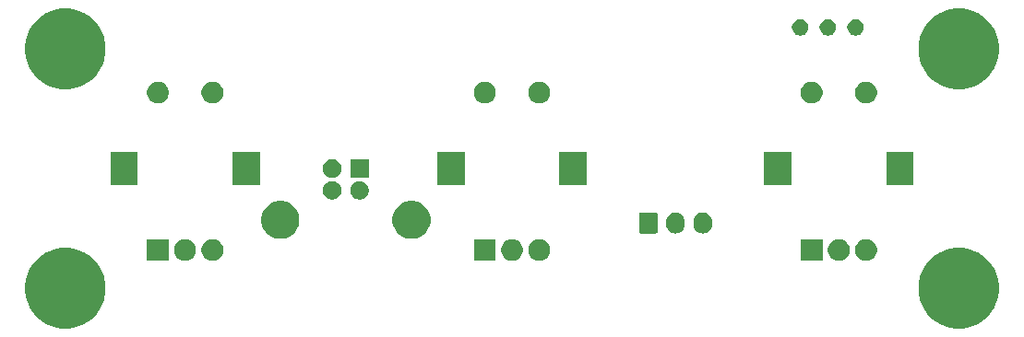
<source format=gbr>
G04 #@! TF.GenerationSoftware,KiCad,Pcbnew,5.0.2-bee76a0~70~ubuntu16.04.1*
G04 #@! TF.CreationDate,2019-03-20T11:43:52+01:00*
G04 #@! TF.ProjectId,controller,636f6e74-726f-46c6-9c65-722e6b696361,rev?*
G04 #@! TF.SameCoordinates,Original*
G04 #@! TF.FileFunction,Soldermask,Bot*
G04 #@! TF.FilePolarity,Negative*
%FSLAX46Y46*%
G04 Gerber Fmt 4.6, Leading zero omitted, Abs format (unit mm)*
G04 Created by KiCad (PCBNEW 5.0.2-bee76a0~70~ubuntu16.04.1) date Wed 20 Mar 2019 11:43:52 AM CET*
%MOMM*%
%LPD*%
G01*
G04 APERTURE LIST*
%ADD10C,0.100000*%
G04 APERTURE END LIST*
D10*
G36*
X182079249Y-67442188D02*
X182456597Y-67598491D01*
X182752607Y-67721102D01*
X183130609Y-67973675D01*
X183358616Y-68126024D01*
X183873976Y-68641384D01*
X183873978Y-68641387D01*
X184278898Y-69247393D01*
X184278898Y-69247394D01*
X184557812Y-69920751D01*
X184700000Y-70635580D01*
X184700000Y-71364420D01*
X184557812Y-72079249D01*
X184394428Y-72473693D01*
X184278898Y-72752607D01*
X183876705Y-73354531D01*
X183873976Y-73358616D01*
X183358616Y-73873976D01*
X183358613Y-73873978D01*
X182752607Y-74278898D01*
X182473693Y-74394428D01*
X182079249Y-74557812D01*
X181364420Y-74700000D01*
X180635580Y-74700000D01*
X179920751Y-74557812D01*
X179526307Y-74394428D01*
X179247393Y-74278898D01*
X178641387Y-73873978D01*
X178641384Y-73873976D01*
X178126024Y-73358616D01*
X178123295Y-73354531D01*
X177721102Y-72752607D01*
X177605572Y-72473693D01*
X177442188Y-72079249D01*
X177300000Y-71364420D01*
X177300000Y-70635580D01*
X177442188Y-69920751D01*
X177721102Y-69247394D01*
X177721102Y-69247393D01*
X178126022Y-68641387D01*
X178126024Y-68641384D01*
X178641384Y-68126024D01*
X178869391Y-67973675D01*
X179247393Y-67721102D01*
X179543403Y-67598491D01*
X179920751Y-67442188D01*
X180635580Y-67300000D01*
X181364420Y-67300000D01*
X182079249Y-67442188D01*
X182079249Y-67442188D01*
G37*
G36*
X100079249Y-67442188D02*
X100456597Y-67598491D01*
X100752607Y-67721102D01*
X101130609Y-67973675D01*
X101358616Y-68126024D01*
X101873976Y-68641384D01*
X101873978Y-68641387D01*
X102278898Y-69247393D01*
X102278898Y-69247394D01*
X102557812Y-69920751D01*
X102700000Y-70635580D01*
X102700000Y-71364420D01*
X102557812Y-72079249D01*
X102394428Y-72473693D01*
X102278898Y-72752607D01*
X101876705Y-73354531D01*
X101873976Y-73358616D01*
X101358616Y-73873976D01*
X101358613Y-73873978D01*
X100752607Y-74278898D01*
X100473693Y-74394428D01*
X100079249Y-74557812D01*
X99364420Y-74700000D01*
X98635580Y-74700000D01*
X97920751Y-74557812D01*
X97526307Y-74394428D01*
X97247393Y-74278898D01*
X96641387Y-73873978D01*
X96641384Y-73873976D01*
X96126024Y-73358616D01*
X96123295Y-73354531D01*
X95721102Y-72752607D01*
X95605572Y-72473693D01*
X95442188Y-72079249D01*
X95300000Y-71364420D01*
X95300000Y-70635580D01*
X95442188Y-69920751D01*
X95721102Y-69247394D01*
X95721102Y-69247393D01*
X96126022Y-68641387D01*
X96126024Y-68641384D01*
X96641384Y-68126024D01*
X96869391Y-67973675D01*
X97247393Y-67721102D01*
X97543403Y-67598491D01*
X97920751Y-67442188D01*
X98635580Y-67300000D01*
X99364420Y-67300000D01*
X100079249Y-67442188D01*
X100079249Y-67442188D01*
G37*
G36*
X170175770Y-66515372D02*
X170291689Y-66538429D01*
X170473678Y-66613811D01*
X170637463Y-66723249D01*
X170776751Y-66862537D01*
X170886189Y-67026322D01*
X170961571Y-67208311D01*
X171000000Y-67401509D01*
X171000000Y-67598491D01*
X170961571Y-67791689D01*
X170886189Y-67973678D01*
X170776751Y-68137463D01*
X170637463Y-68276751D01*
X170473678Y-68386189D01*
X170291689Y-68461571D01*
X170175770Y-68484628D01*
X170098493Y-68500000D01*
X169901507Y-68500000D01*
X169824230Y-68484628D01*
X169708311Y-68461571D01*
X169526322Y-68386189D01*
X169362537Y-68276751D01*
X169223249Y-68137463D01*
X169113811Y-67973678D01*
X169038429Y-67791689D01*
X169000000Y-67598491D01*
X169000000Y-67401509D01*
X169038429Y-67208311D01*
X169113811Y-67026322D01*
X169223249Y-66862537D01*
X169362537Y-66723249D01*
X169526322Y-66613811D01*
X169708311Y-66538429D01*
X169824230Y-66515372D01*
X169901507Y-66500000D01*
X170098493Y-66500000D01*
X170175770Y-66515372D01*
X170175770Y-66515372D01*
G37*
G36*
X172675770Y-66515372D02*
X172791689Y-66538429D01*
X172973678Y-66613811D01*
X173137463Y-66723249D01*
X173276751Y-66862537D01*
X173386189Y-67026322D01*
X173461571Y-67208311D01*
X173500000Y-67401509D01*
X173500000Y-67598491D01*
X173461571Y-67791689D01*
X173386189Y-67973678D01*
X173276751Y-68137463D01*
X173137463Y-68276751D01*
X172973678Y-68386189D01*
X172791689Y-68461571D01*
X172675770Y-68484628D01*
X172598493Y-68500000D01*
X172401507Y-68500000D01*
X172324230Y-68484628D01*
X172208311Y-68461571D01*
X172026322Y-68386189D01*
X171862537Y-68276751D01*
X171723249Y-68137463D01*
X171613811Y-67973678D01*
X171538429Y-67791689D01*
X171500000Y-67598491D01*
X171500000Y-67401509D01*
X171538429Y-67208311D01*
X171613811Y-67026322D01*
X171723249Y-66862537D01*
X171862537Y-66723249D01*
X172026322Y-66613811D01*
X172208311Y-66538429D01*
X172324230Y-66515372D01*
X172401507Y-66500000D01*
X172598493Y-66500000D01*
X172675770Y-66515372D01*
X172675770Y-66515372D01*
G37*
G36*
X142675770Y-66515372D02*
X142791689Y-66538429D01*
X142973678Y-66613811D01*
X143137463Y-66723249D01*
X143276751Y-66862537D01*
X143386189Y-67026322D01*
X143461571Y-67208311D01*
X143500000Y-67401509D01*
X143500000Y-67598491D01*
X143461571Y-67791689D01*
X143386189Y-67973678D01*
X143276751Y-68137463D01*
X143137463Y-68276751D01*
X142973678Y-68386189D01*
X142791689Y-68461571D01*
X142675770Y-68484628D01*
X142598493Y-68500000D01*
X142401507Y-68500000D01*
X142324230Y-68484628D01*
X142208311Y-68461571D01*
X142026322Y-68386189D01*
X141862537Y-68276751D01*
X141723249Y-68137463D01*
X141613811Y-67973678D01*
X141538429Y-67791689D01*
X141500000Y-67598491D01*
X141500000Y-67401509D01*
X141538429Y-67208311D01*
X141613811Y-67026322D01*
X141723249Y-66862537D01*
X141862537Y-66723249D01*
X142026322Y-66613811D01*
X142208311Y-66538429D01*
X142324230Y-66515372D01*
X142401507Y-66500000D01*
X142598493Y-66500000D01*
X142675770Y-66515372D01*
X142675770Y-66515372D01*
G37*
G36*
X140175770Y-66515372D02*
X140291689Y-66538429D01*
X140473678Y-66613811D01*
X140637463Y-66723249D01*
X140776751Y-66862537D01*
X140886189Y-67026322D01*
X140961571Y-67208311D01*
X141000000Y-67401509D01*
X141000000Y-67598491D01*
X140961571Y-67791689D01*
X140886189Y-67973678D01*
X140776751Y-68137463D01*
X140637463Y-68276751D01*
X140473678Y-68386189D01*
X140291689Y-68461571D01*
X140175770Y-68484628D01*
X140098493Y-68500000D01*
X139901507Y-68500000D01*
X139824230Y-68484628D01*
X139708311Y-68461571D01*
X139526322Y-68386189D01*
X139362537Y-68276751D01*
X139223249Y-68137463D01*
X139113811Y-67973678D01*
X139038429Y-67791689D01*
X139000000Y-67598491D01*
X139000000Y-67401509D01*
X139038429Y-67208311D01*
X139113811Y-67026322D01*
X139223249Y-66862537D01*
X139362537Y-66723249D01*
X139526322Y-66613811D01*
X139708311Y-66538429D01*
X139824230Y-66515372D01*
X139901507Y-66500000D01*
X140098493Y-66500000D01*
X140175770Y-66515372D01*
X140175770Y-66515372D01*
G37*
G36*
X138500000Y-68500000D02*
X136500000Y-68500000D01*
X136500000Y-66500000D01*
X138500000Y-66500000D01*
X138500000Y-68500000D01*
X138500000Y-68500000D01*
G37*
G36*
X108500000Y-68500000D02*
X106500000Y-68500000D01*
X106500000Y-66500000D01*
X108500000Y-66500000D01*
X108500000Y-68500000D01*
X108500000Y-68500000D01*
G37*
G36*
X110175770Y-66515372D02*
X110291689Y-66538429D01*
X110473678Y-66613811D01*
X110637463Y-66723249D01*
X110776751Y-66862537D01*
X110886189Y-67026322D01*
X110961571Y-67208311D01*
X111000000Y-67401509D01*
X111000000Y-67598491D01*
X110961571Y-67791689D01*
X110886189Y-67973678D01*
X110776751Y-68137463D01*
X110637463Y-68276751D01*
X110473678Y-68386189D01*
X110291689Y-68461571D01*
X110175770Y-68484628D01*
X110098493Y-68500000D01*
X109901507Y-68500000D01*
X109824230Y-68484628D01*
X109708311Y-68461571D01*
X109526322Y-68386189D01*
X109362537Y-68276751D01*
X109223249Y-68137463D01*
X109113811Y-67973678D01*
X109038429Y-67791689D01*
X109000000Y-67598491D01*
X109000000Y-67401509D01*
X109038429Y-67208311D01*
X109113811Y-67026322D01*
X109223249Y-66862537D01*
X109362537Y-66723249D01*
X109526322Y-66613811D01*
X109708311Y-66538429D01*
X109824230Y-66515372D01*
X109901507Y-66500000D01*
X110098493Y-66500000D01*
X110175770Y-66515372D01*
X110175770Y-66515372D01*
G37*
G36*
X112675770Y-66515372D02*
X112791689Y-66538429D01*
X112973678Y-66613811D01*
X113137463Y-66723249D01*
X113276751Y-66862537D01*
X113386189Y-67026322D01*
X113461571Y-67208311D01*
X113500000Y-67401509D01*
X113500000Y-67598491D01*
X113461571Y-67791689D01*
X113386189Y-67973678D01*
X113276751Y-68137463D01*
X113137463Y-68276751D01*
X112973678Y-68386189D01*
X112791689Y-68461571D01*
X112675770Y-68484628D01*
X112598493Y-68500000D01*
X112401507Y-68500000D01*
X112324230Y-68484628D01*
X112208311Y-68461571D01*
X112026322Y-68386189D01*
X111862537Y-68276751D01*
X111723249Y-68137463D01*
X111613811Y-67973678D01*
X111538429Y-67791689D01*
X111500000Y-67598491D01*
X111500000Y-67401509D01*
X111538429Y-67208311D01*
X111613811Y-67026322D01*
X111723249Y-66862537D01*
X111862537Y-66723249D01*
X112026322Y-66613811D01*
X112208311Y-66538429D01*
X112324230Y-66515372D01*
X112401507Y-66500000D01*
X112598493Y-66500000D01*
X112675770Y-66515372D01*
X112675770Y-66515372D01*
G37*
G36*
X168500000Y-68500000D02*
X166500000Y-68500000D01*
X166500000Y-66500000D01*
X168500000Y-66500000D01*
X168500000Y-68500000D01*
X168500000Y-68500000D01*
G37*
G36*
X119240456Y-63027251D02*
X119558936Y-63159170D01*
X119845560Y-63350686D01*
X120089314Y-63594440D01*
X120280830Y-63881064D01*
X120412749Y-64199544D01*
X120480000Y-64537640D01*
X120480000Y-64882360D01*
X120412749Y-65220456D01*
X120280830Y-65538936D01*
X120089314Y-65825560D01*
X119845560Y-66069314D01*
X119558936Y-66260830D01*
X119240456Y-66392749D01*
X118902360Y-66460000D01*
X118557640Y-66460000D01*
X118219544Y-66392749D01*
X117901064Y-66260830D01*
X117614440Y-66069314D01*
X117370686Y-65825560D01*
X117179170Y-65538936D01*
X117047251Y-65220456D01*
X116980000Y-64882360D01*
X116980000Y-64537640D01*
X117047251Y-64199544D01*
X117179170Y-63881064D01*
X117370686Y-63594440D01*
X117614440Y-63350686D01*
X117901064Y-63159170D01*
X118219544Y-63027251D01*
X118557640Y-62960000D01*
X118902360Y-62960000D01*
X119240456Y-63027251D01*
X119240456Y-63027251D01*
G37*
G36*
X131280456Y-63027251D02*
X131598936Y-63159170D01*
X131885560Y-63350686D01*
X132129314Y-63594440D01*
X132320830Y-63881064D01*
X132452749Y-64199544D01*
X132520000Y-64537640D01*
X132520000Y-64882360D01*
X132452749Y-65220456D01*
X132320830Y-65538936D01*
X132129314Y-65825560D01*
X131885560Y-66069314D01*
X131598936Y-66260830D01*
X131280456Y-66392749D01*
X130942360Y-66460000D01*
X130597640Y-66460000D01*
X130259544Y-66392749D01*
X129941064Y-66260830D01*
X129654440Y-66069314D01*
X129410686Y-65825560D01*
X129219170Y-65538936D01*
X129087251Y-65220456D01*
X129020000Y-64882360D01*
X129020000Y-64537640D01*
X129087251Y-64199544D01*
X129219170Y-63881064D01*
X129410686Y-63594440D01*
X129654440Y-63350686D01*
X129941064Y-63159170D01*
X130259544Y-63027251D01*
X130597640Y-62960000D01*
X130942360Y-62960000D01*
X131280456Y-63027251D01*
X131280456Y-63027251D01*
G37*
G36*
X155166629Y-64037299D02*
X155281363Y-64072104D01*
X155326854Y-64085903D01*
X155400172Y-64125093D01*
X155474524Y-64164834D01*
X155603949Y-64271051D01*
X155710169Y-64400480D01*
X155789097Y-64548145D01*
X155837701Y-64708370D01*
X155850000Y-64833248D01*
X155850000Y-65166751D01*
X155837701Y-65291624D01*
X155837700Y-65291627D01*
X155837700Y-65291628D01*
X155789097Y-65451855D01*
X155760707Y-65504968D01*
X155710169Y-65599520D01*
X155603949Y-65728949D01*
X155474520Y-65835169D01*
X155326855Y-65914097D01*
X155166630Y-65962701D01*
X155000000Y-65979112D01*
X154833371Y-65962701D01*
X154673146Y-65914097D01*
X154525484Y-65835170D01*
X154396048Y-65728946D01*
X154289831Y-65599520D01*
X154210903Y-65451855D01*
X154162299Y-65291630D01*
X154150000Y-65166752D01*
X154150000Y-64833249D01*
X154162299Y-64708371D01*
X154197104Y-64593637D01*
X154210903Y-64548146D01*
X154256747Y-64462378D01*
X154289834Y-64400476D01*
X154396051Y-64271051D01*
X154525480Y-64164831D01*
X154673145Y-64085903D01*
X154833370Y-64037299D01*
X155000000Y-64020888D01*
X155166629Y-64037299D01*
X155166629Y-64037299D01*
G37*
G36*
X157666629Y-64037299D02*
X157781363Y-64072104D01*
X157826854Y-64085903D01*
X157900172Y-64125093D01*
X157974524Y-64164834D01*
X158103949Y-64271051D01*
X158210169Y-64400480D01*
X158289097Y-64548145D01*
X158337701Y-64708370D01*
X158350000Y-64833248D01*
X158350000Y-65166751D01*
X158337701Y-65291624D01*
X158337700Y-65291627D01*
X158337700Y-65291628D01*
X158289097Y-65451855D01*
X158260707Y-65504968D01*
X158210169Y-65599520D01*
X158103949Y-65728949D01*
X157974520Y-65835169D01*
X157826855Y-65914097D01*
X157666630Y-65962701D01*
X157500000Y-65979112D01*
X157333371Y-65962701D01*
X157173146Y-65914097D01*
X157025484Y-65835170D01*
X156896048Y-65728946D01*
X156789831Y-65599520D01*
X156710903Y-65451855D01*
X156662299Y-65291630D01*
X156650000Y-65166752D01*
X156650000Y-64833249D01*
X156662299Y-64708371D01*
X156697104Y-64593637D01*
X156710903Y-64548146D01*
X156756747Y-64462378D01*
X156789834Y-64400476D01*
X156896051Y-64271051D01*
X157025480Y-64164831D01*
X157173145Y-64085903D01*
X157333370Y-64037299D01*
X157500000Y-64020888D01*
X157666629Y-64037299D01*
X157666629Y-64037299D01*
G37*
G36*
X153219675Y-64028701D02*
X153249907Y-64037872D01*
X153277769Y-64052765D01*
X153302192Y-64072808D01*
X153322235Y-64097231D01*
X153337128Y-64125093D01*
X153346299Y-64155325D01*
X153350000Y-64192905D01*
X153350000Y-65807095D01*
X153346299Y-65844675D01*
X153337128Y-65874907D01*
X153322235Y-65902769D01*
X153302192Y-65927192D01*
X153277769Y-65947235D01*
X153249907Y-65962128D01*
X153219675Y-65971299D01*
X153182095Y-65975000D01*
X151817905Y-65975000D01*
X151780325Y-65971299D01*
X151750093Y-65962128D01*
X151722231Y-65947235D01*
X151697808Y-65927192D01*
X151677765Y-65902769D01*
X151662872Y-65874907D01*
X151653701Y-65844675D01*
X151650000Y-65807095D01*
X151650000Y-64192905D01*
X151653701Y-64155325D01*
X151662872Y-64125093D01*
X151677765Y-64097231D01*
X151697808Y-64072808D01*
X151722231Y-64052765D01*
X151750093Y-64037872D01*
X151780325Y-64028701D01*
X151817905Y-64025000D01*
X153182095Y-64025000D01*
X153219675Y-64028701D01*
X153219675Y-64028701D01*
G37*
G36*
X123747934Y-61182664D02*
X123902627Y-61246740D01*
X124041847Y-61339764D01*
X124160236Y-61458153D01*
X124253260Y-61597373D01*
X124317336Y-61752066D01*
X124350000Y-61916281D01*
X124350000Y-62083719D01*
X124317336Y-62247934D01*
X124253260Y-62402627D01*
X124160236Y-62541847D01*
X124041847Y-62660236D01*
X123902627Y-62753260D01*
X123747934Y-62817336D01*
X123583719Y-62850000D01*
X123416281Y-62850000D01*
X123252066Y-62817336D01*
X123097373Y-62753260D01*
X122958153Y-62660236D01*
X122839764Y-62541847D01*
X122746740Y-62402627D01*
X122682664Y-62247934D01*
X122650000Y-62083719D01*
X122650000Y-61916281D01*
X122682664Y-61752066D01*
X122746740Y-61597373D01*
X122839764Y-61458153D01*
X122958153Y-61339764D01*
X123097373Y-61246740D01*
X123252066Y-61182664D01*
X123416281Y-61150000D01*
X123583719Y-61150000D01*
X123747934Y-61182664D01*
X123747934Y-61182664D01*
G37*
G36*
X126247934Y-61182664D02*
X126402627Y-61246740D01*
X126541847Y-61339764D01*
X126660236Y-61458153D01*
X126753260Y-61597373D01*
X126817336Y-61752066D01*
X126850000Y-61916281D01*
X126850000Y-62083719D01*
X126817336Y-62247934D01*
X126753260Y-62402627D01*
X126660236Y-62541847D01*
X126541847Y-62660236D01*
X126402627Y-62753260D01*
X126247934Y-62817336D01*
X126083719Y-62850000D01*
X125916281Y-62850000D01*
X125752066Y-62817336D01*
X125597373Y-62753260D01*
X125458153Y-62660236D01*
X125339764Y-62541847D01*
X125246740Y-62402627D01*
X125182664Y-62247934D01*
X125150000Y-62083719D01*
X125150000Y-61916281D01*
X125182664Y-61752066D01*
X125246740Y-61597373D01*
X125339764Y-61458153D01*
X125458153Y-61339764D01*
X125597373Y-61246740D01*
X125752066Y-61182664D01*
X125916281Y-61150000D01*
X126083719Y-61150000D01*
X126247934Y-61182664D01*
X126247934Y-61182664D01*
G37*
G36*
X135650000Y-61500000D02*
X133150000Y-61500000D01*
X133150000Y-58500000D01*
X135650000Y-58500000D01*
X135650000Y-61500000D01*
X135650000Y-61500000D01*
G37*
G36*
X176850000Y-61500000D02*
X174350000Y-61500000D01*
X174350000Y-58500000D01*
X176850000Y-58500000D01*
X176850000Y-61500000D01*
X176850000Y-61500000D01*
G37*
G36*
X165650000Y-61500000D02*
X163150000Y-61500000D01*
X163150000Y-58500000D01*
X165650000Y-58500000D01*
X165650000Y-61500000D01*
X165650000Y-61500000D01*
G37*
G36*
X116850000Y-61500000D02*
X114350000Y-61500000D01*
X114350000Y-58500000D01*
X116850000Y-58500000D01*
X116850000Y-61500000D01*
X116850000Y-61500000D01*
G37*
G36*
X105650000Y-61500000D02*
X103150000Y-61500000D01*
X103150000Y-58500000D01*
X105650000Y-58500000D01*
X105650000Y-61500000D01*
X105650000Y-61500000D01*
G37*
G36*
X146850000Y-61500000D02*
X144350000Y-61500000D01*
X144350000Y-58500000D01*
X146850000Y-58500000D01*
X146850000Y-61500000D01*
X146850000Y-61500000D01*
G37*
G36*
X126850000Y-60850000D02*
X125150000Y-60850000D01*
X125150000Y-59150000D01*
X126850000Y-59150000D01*
X126850000Y-60850000D01*
X126850000Y-60850000D01*
G37*
G36*
X123747934Y-59182664D02*
X123902627Y-59246740D01*
X124041847Y-59339764D01*
X124160236Y-59458153D01*
X124253260Y-59597373D01*
X124317336Y-59752066D01*
X124350000Y-59916281D01*
X124350000Y-60083719D01*
X124317336Y-60247934D01*
X124253260Y-60402627D01*
X124160236Y-60541847D01*
X124041847Y-60660236D01*
X123902627Y-60753260D01*
X123747934Y-60817336D01*
X123583719Y-60850000D01*
X123416281Y-60850000D01*
X123252066Y-60817336D01*
X123097373Y-60753260D01*
X122958153Y-60660236D01*
X122839764Y-60541847D01*
X122746740Y-60402627D01*
X122682664Y-60247934D01*
X122650000Y-60083719D01*
X122650000Y-59916281D01*
X122682664Y-59752066D01*
X122746740Y-59597373D01*
X122839764Y-59458153D01*
X122958153Y-59339764D01*
X123097373Y-59246740D01*
X123252066Y-59182664D01*
X123416281Y-59150000D01*
X123583719Y-59150000D01*
X123747934Y-59182664D01*
X123747934Y-59182664D01*
G37*
G36*
X112675770Y-52015372D02*
X112791689Y-52038429D01*
X112973678Y-52113811D01*
X113137463Y-52223249D01*
X113276751Y-52362537D01*
X113386189Y-52526322D01*
X113461571Y-52708311D01*
X113500000Y-52901509D01*
X113500000Y-53098491D01*
X113461571Y-53291689D01*
X113386189Y-53473678D01*
X113276751Y-53637463D01*
X113137463Y-53776751D01*
X112973678Y-53886189D01*
X112791689Y-53961571D01*
X112675770Y-53984628D01*
X112598493Y-54000000D01*
X112401507Y-54000000D01*
X112324230Y-53984628D01*
X112208311Y-53961571D01*
X112026322Y-53886189D01*
X111862537Y-53776751D01*
X111723249Y-53637463D01*
X111613811Y-53473678D01*
X111538429Y-53291689D01*
X111500000Y-53098491D01*
X111500000Y-52901509D01*
X111538429Y-52708311D01*
X111613811Y-52526322D01*
X111723249Y-52362537D01*
X111862537Y-52223249D01*
X112026322Y-52113811D01*
X112208311Y-52038429D01*
X112324230Y-52015372D01*
X112401507Y-52000000D01*
X112598493Y-52000000D01*
X112675770Y-52015372D01*
X112675770Y-52015372D01*
G37*
G36*
X172675770Y-52015372D02*
X172791689Y-52038429D01*
X172973678Y-52113811D01*
X173137463Y-52223249D01*
X173276751Y-52362537D01*
X173386189Y-52526322D01*
X173461571Y-52708311D01*
X173500000Y-52901509D01*
X173500000Y-53098491D01*
X173461571Y-53291689D01*
X173386189Y-53473678D01*
X173276751Y-53637463D01*
X173137463Y-53776751D01*
X172973678Y-53886189D01*
X172791689Y-53961571D01*
X172675770Y-53984628D01*
X172598493Y-54000000D01*
X172401507Y-54000000D01*
X172324230Y-53984628D01*
X172208311Y-53961571D01*
X172026322Y-53886189D01*
X171862537Y-53776751D01*
X171723249Y-53637463D01*
X171613811Y-53473678D01*
X171538429Y-53291689D01*
X171500000Y-53098491D01*
X171500000Y-52901509D01*
X171538429Y-52708311D01*
X171613811Y-52526322D01*
X171723249Y-52362537D01*
X171862537Y-52223249D01*
X172026322Y-52113811D01*
X172208311Y-52038429D01*
X172324230Y-52015372D01*
X172401507Y-52000000D01*
X172598493Y-52000000D01*
X172675770Y-52015372D01*
X172675770Y-52015372D01*
G37*
G36*
X167675770Y-52015372D02*
X167791689Y-52038429D01*
X167973678Y-52113811D01*
X168137463Y-52223249D01*
X168276751Y-52362537D01*
X168386189Y-52526322D01*
X168461571Y-52708311D01*
X168500000Y-52901509D01*
X168500000Y-53098491D01*
X168461571Y-53291689D01*
X168386189Y-53473678D01*
X168276751Y-53637463D01*
X168137463Y-53776751D01*
X167973678Y-53886189D01*
X167791689Y-53961571D01*
X167675770Y-53984628D01*
X167598493Y-54000000D01*
X167401507Y-54000000D01*
X167324230Y-53984628D01*
X167208311Y-53961571D01*
X167026322Y-53886189D01*
X166862537Y-53776751D01*
X166723249Y-53637463D01*
X166613811Y-53473678D01*
X166538429Y-53291689D01*
X166500000Y-53098491D01*
X166500000Y-52901509D01*
X166538429Y-52708311D01*
X166613811Y-52526322D01*
X166723249Y-52362537D01*
X166862537Y-52223249D01*
X167026322Y-52113811D01*
X167208311Y-52038429D01*
X167324230Y-52015372D01*
X167401507Y-52000000D01*
X167598493Y-52000000D01*
X167675770Y-52015372D01*
X167675770Y-52015372D01*
G37*
G36*
X142675770Y-52015372D02*
X142791689Y-52038429D01*
X142973678Y-52113811D01*
X143137463Y-52223249D01*
X143276751Y-52362537D01*
X143386189Y-52526322D01*
X143461571Y-52708311D01*
X143500000Y-52901509D01*
X143500000Y-53098491D01*
X143461571Y-53291689D01*
X143386189Y-53473678D01*
X143276751Y-53637463D01*
X143137463Y-53776751D01*
X142973678Y-53886189D01*
X142791689Y-53961571D01*
X142675770Y-53984628D01*
X142598493Y-54000000D01*
X142401507Y-54000000D01*
X142324230Y-53984628D01*
X142208311Y-53961571D01*
X142026322Y-53886189D01*
X141862537Y-53776751D01*
X141723249Y-53637463D01*
X141613811Y-53473678D01*
X141538429Y-53291689D01*
X141500000Y-53098491D01*
X141500000Y-52901509D01*
X141538429Y-52708311D01*
X141613811Y-52526322D01*
X141723249Y-52362537D01*
X141862537Y-52223249D01*
X142026322Y-52113811D01*
X142208311Y-52038429D01*
X142324230Y-52015372D01*
X142401507Y-52000000D01*
X142598493Y-52000000D01*
X142675770Y-52015372D01*
X142675770Y-52015372D01*
G37*
G36*
X137675770Y-52015372D02*
X137791689Y-52038429D01*
X137973678Y-52113811D01*
X138137463Y-52223249D01*
X138276751Y-52362537D01*
X138386189Y-52526322D01*
X138461571Y-52708311D01*
X138500000Y-52901509D01*
X138500000Y-53098491D01*
X138461571Y-53291689D01*
X138386189Y-53473678D01*
X138276751Y-53637463D01*
X138137463Y-53776751D01*
X137973678Y-53886189D01*
X137791689Y-53961571D01*
X137675770Y-53984628D01*
X137598493Y-54000000D01*
X137401507Y-54000000D01*
X137324230Y-53984628D01*
X137208311Y-53961571D01*
X137026322Y-53886189D01*
X136862537Y-53776751D01*
X136723249Y-53637463D01*
X136613811Y-53473678D01*
X136538429Y-53291689D01*
X136500000Y-53098491D01*
X136500000Y-52901509D01*
X136538429Y-52708311D01*
X136613811Y-52526322D01*
X136723249Y-52362537D01*
X136862537Y-52223249D01*
X137026322Y-52113811D01*
X137208311Y-52038429D01*
X137324230Y-52015372D01*
X137401507Y-52000000D01*
X137598493Y-52000000D01*
X137675770Y-52015372D01*
X137675770Y-52015372D01*
G37*
G36*
X107675770Y-52015372D02*
X107791689Y-52038429D01*
X107973678Y-52113811D01*
X108137463Y-52223249D01*
X108276751Y-52362537D01*
X108386189Y-52526322D01*
X108461571Y-52708311D01*
X108500000Y-52901509D01*
X108500000Y-53098491D01*
X108461571Y-53291689D01*
X108386189Y-53473678D01*
X108276751Y-53637463D01*
X108137463Y-53776751D01*
X107973678Y-53886189D01*
X107791689Y-53961571D01*
X107675770Y-53984628D01*
X107598493Y-54000000D01*
X107401507Y-54000000D01*
X107324230Y-53984628D01*
X107208311Y-53961571D01*
X107026322Y-53886189D01*
X106862537Y-53776751D01*
X106723249Y-53637463D01*
X106613811Y-53473678D01*
X106538429Y-53291689D01*
X106500000Y-53098491D01*
X106500000Y-52901509D01*
X106538429Y-52708311D01*
X106613811Y-52526322D01*
X106723249Y-52362537D01*
X106862537Y-52223249D01*
X107026322Y-52113811D01*
X107208311Y-52038429D01*
X107324230Y-52015372D01*
X107401507Y-52000000D01*
X107598493Y-52000000D01*
X107675770Y-52015372D01*
X107675770Y-52015372D01*
G37*
G36*
X182079249Y-45442188D02*
X182473693Y-45605572D01*
X182752607Y-45721102D01*
X183354531Y-46123295D01*
X183358616Y-46126024D01*
X183873976Y-46641384D01*
X183873978Y-46641387D01*
X184278898Y-47247393D01*
X184278898Y-47247394D01*
X184557812Y-47920751D01*
X184700000Y-48635580D01*
X184700000Y-49364420D01*
X184557812Y-50079249D01*
X184394428Y-50473693D01*
X184278898Y-50752607D01*
X183876705Y-51354531D01*
X183873976Y-51358616D01*
X183358616Y-51873976D01*
X183358613Y-51873978D01*
X182752607Y-52278898D01*
X182550691Y-52362534D01*
X182079249Y-52557812D01*
X181364420Y-52700000D01*
X180635580Y-52700000D01*
X179920751Y-52557812D01*
X179449309Y-52362534D01*
X179247393Y-52278898D01*
X178641387Y-51873978D01*
X178641384Y-51873976D01*
X178126024Y-51358616D01*
X178123295Y-51354531D01*
X177721102Y-50752607D01*
X177605572Y-50473693D01*
X177442188Y-50079249D01*
X177300000Y-49364420D01*
X177300000Y-48635580D01*
X177442188Y-47920751D01*
X177721102Y-47247394D01*
X177721102Y-47247393D01*
X178126022Y-46641387D01*
X178126024Y-46641384D01*
X178641384Y-46126024D01*
X178645469Y-46123295D01*
X179247393Y-45721102D01*
X179526307Y-45605572D01*
X179920751Y-45442188D01*
X180635580Y-45300000D01*
X181364420Y-45300000D01*
X182079249Y-45442188D01*
X182079249Y-45442188D01*
G37*
G36*
X100079249Y-45442188D02*
X100473693Y-45605572D01*
X100752607Y-45721102D01*
X101354531Y-46123295D01*
X101358616Y-46126024D01*
X101873976Y-46641384D01*
X101873978Y-46641387D01*
X102278898Y-47247393D01*
X102278898Y-47247394D01*
X102557812Y-47920751D01*
X102700000Y-48635580D01*
X102700000Y-49364420D01*
X102557812Y-50079249D01*
X102394428Y-50473693D01*
X102278898Y-50752607D01*
X101876705Y-51354531D01*
X101873976Y-51358616D01*
X101358616Y-51873976D01*
X101358613Y-51873978D01*
X100752607Y-52278898D01*
X100550691Y-52362534D01*
X100079249Y-52557812D01*
X99364420Y-52700000D01*
X98635580Y-52700000D01*
X97920751Y-52557812D01*
X97449309Y-52362534D01*
X97247393Y-52278898D01*
X96641387Y-51873978D01*
X96641384Y-51873976D01*
X96126024Y-51358616D01*
X96123295Y-51354531D01*
X95721102Y-50752607D01*
X95605572Y-50473693D01*
X95442188Y-50079249D01*
X95300000Y-49364420D01*
X95300000Y-48635580D01*
X95442188Y-47920751D01*
X95721102Y-47247394D01*
X95721102Y-47247393D01*
X96126022Y-46641387D01*
X96126024Y-46641384D01*
X96641384Y-46126024D01*
X96645469Y-46123295D01*
X97247393Y-45721102D01*
X97526307Y-45605572D01*
X97920751Y-45442188D01*
X98635580Y-45300000D01*
X99364420Y-45300000D01*
X100079249Y-45442188D01*
X100079249Y-45442188D01*
G37*
G36*
X171713195Y-46257522D02*
X171762267Y-46267283D01*
X171900942Y-46324724D01*
X172025750Y-46408118D01*
X172131882Y-46514250D01*
X172215276Y-46639058D01*
X172272717Y-46777734D01*
X172302000Y-46924948D01*
X172302000Y-47075052D01*
X172272717Y-47222266D01*
X172215276Y-47360942D01*
X172131882Y-47485750D01*
X172025750Y-47591882D01*
X172025747Y-47591884D01*
X171900942Y-47675276D01*
X171762267Y-47732717D01*
X171713195Y-47742478D01*
X171615052Y-47762000D01*
X171464948Y-47762000D01*
X171366805Y-47742478D01*
X171317733Y-47732717D01*
X171179058Y-47675276D01*
X171054253Y-47591884D01*
X171054250Y-47591882D01*
X170948118Y-47485750D01*
X170864724Y-47360942D01*
X170807283Y-47222266D01*
X170778000Y-47075052D01*
X170778000Y-46924948D01*
X170807283Y-46777734D01*
X170864724Y-46639058D01*
X170948118Y-46514250D01*
X171054250Y-46408118D01*
X171179058Y-46324724D01*
X171317733Y-46267283D01*
X171366805Y-46257522D01*
X171464948Y-46238000D01*
X171615052Y-46238000D01*
X171713195Y-46257522D01*
X171713195Y-46257522D01*
G37*
G36*
X169173195Y-46257522D02*
X169222267Y-46267283D01*
X169360942Y-46324724D01*
X169485750Y-46408118D01*
X169591882Y-46514250D01*
X169675276Y-46639058D01*
X169732717Y-46777734D01*
X169762000Y-46924948D01*
X169762000Y-47075052D01*
X169732717Y-47222266D01*
X169675276Y-47360942D01*
X169591882Y-47485750D01*
X169485750Y-47591882D01*
X169485747Y-47591884D01*
X169360942Y-47675276D01*
X169222267Y-47732717D01*
X169173195Y-47742478D01*
X169075052Y-47762000D01*
X168924948Y-47762000D01*
X168826805Y-47742478D01*
X168777733Y-47732717D01*
X168639058Y-47675276D01*
X168514253Y-47591884D01*
X168514250Y-47591882D01*
X168408118Y-47485750D01*
X168324724Y-47360942D01*
X168267283Y-47222266D01*
X168238000Y-47075052D01*
X168238000Y-46924948D01*
X168267283Y-46777734D01*
X168324724Y-46639058D01*
X168408118Y-46514250D01*
X168514250Y-46408118D01*
X168639058Y-46324724D01*
X168777733Y-46267283D01*
X168826805Y-46257522D01*
X168924948Y-46238000D01*
X169075052Y-46238000D01*
X169173195Y-46257522D01*
X169173195Y-46257522D01*
G37*
G36*
X166633195Y-46257522D02*
X166682267Y-46267283D01*
X166820942Y-46324724D01*
X166945750Y-46408118D01*
X167051882Y-46514250D01*
X167135276Y-46639058D01*
X167192717Y-46777734D01*
X167222000Y-46924948D01*
X167222000Y-47075052D01*
X167192717Y-47222266D01*
X167135276Y-47360942D01*
X167051882Y-47485750D01*
X166945750Y-47591882D01*
X166945747Y-47591884D01*
X166820942Y-47675276D01*
X166682267Y-47732717D01*
X166633195Y-47742478D01*
X166535052Y-47762000D01*
X166384948Y-47762000D01*
X166286805Y-47742478D01*
X166237733Y-47732717D01*
X166099058Y-47675276D01*
X165974253Y-47591884D01*
X165974250Y-47591882D01*
X165868118Y-47485750D01*
X165784724Y-47360942D01*
X165727283Y-47222266D01*
X165698000Y-47075052D01*
X165698000Y-46924948D01*
X165727283Y-46777734D01*
X165784724Y-46639058D01*
X165868118Y-46514250D01*
X165974250Y-46408118D01*
X166099058Y-46324724D01*
X166237733Y-46267283D01*
X166286805Y-46257522D01*
X166384948Y-46238000D01*
X166535052Y-46238000D01*
X166633195Y-46257522D01*
X166633195Y-46257522D01*
G37*
M02*

</source>
